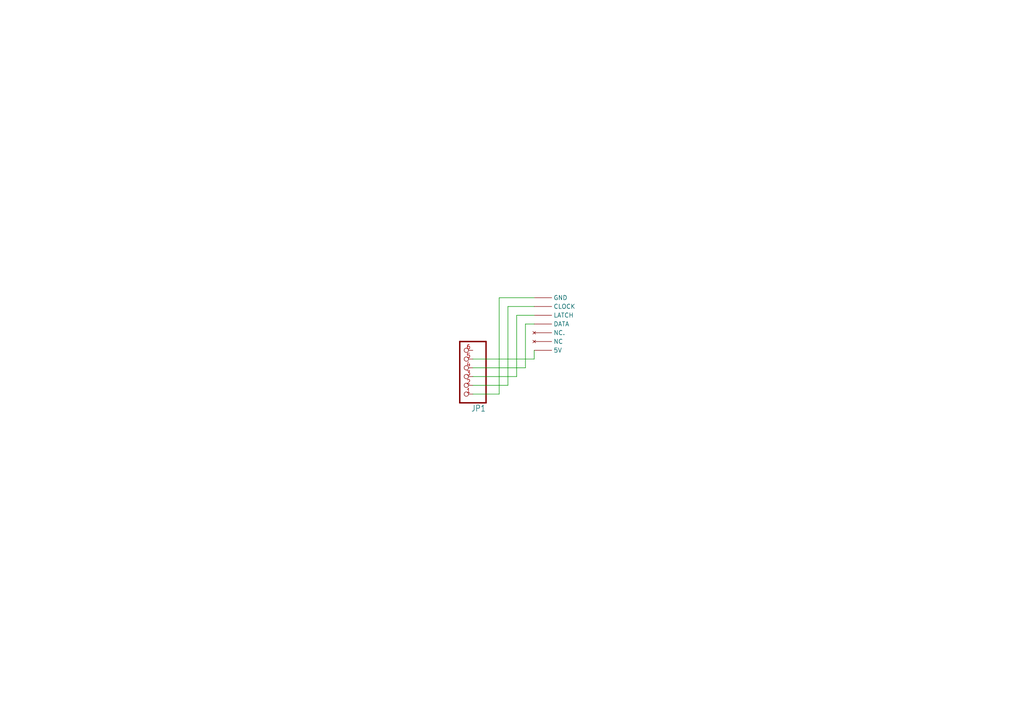
<source format=kicad_sch>
(kicad_sch (version 20231120) (generator "eeschema") (generator_version "8.0")
  (paper "A4")
  (lib_symbols
    (symbol "nes_breakout-eagle-import:NESCONNNO_TABS"
      (symbol "NESCONNNO_TABS_1_0"
        (pin power_in line (at 2.54 -7.62 0) (length 5.08) (name "5V") (number "5V"))
        (pin input line (at 2.54 5.08 0) (length 5.08) (name "CLOCK") (number "CLOCK"))
        (pin bidirectional line (at 2.54 0 0) (length 5.08) (name "DATA") (number "DATA"))
        (pin input line (at 2.54 7.62 0) (length 5.08) (name "GND") (number "GND"))
        (pin input line (at 2.54 2.54 0) (length 5.08) (name "LATCH") (number "LATCH"))
        (pin no_connect line (at 2.54 -5.08 0) (length 5.08) (name "NC") (number "NC"))
        (pin no_connect line (at 2.54 -2.54 0) (length 5.08) (name "NC.") (number "NC."))
      )
    )
    (symbol "nes_breakout-eagle-import:PINHD-1X6"
      (property "Reference" "JP" (at -6.35 10.795 0))
      (symbol "PINHD-1X6_1_0"
        (polyline (pts (xy -6.35 -7.62) (xy 1.27 -7.62)) (stroke (width 0.4064)))
        (polyline (pts (xy -6.35 10.16) (xy -6.35 -7.62)) (stroke (width 0.4064)))
        (polyline (pts (xy 1.27 -7.62) (xy 1.27 10.16)) (stroke (width 0.4064)))
        (polyline (pts (xy 1.27 10.16) (xy -6.35 10.16)) (stroke (width 0.4064)))
        (pin passive inverted (at -2.54 7.62 0) (length 2.54) (name "1") (number "1"))
        (pin passive inverted (at -2.54 5.08 0) (length 2.54) (name "2") (number "2"))
        (pin passive inverted (at -2.54 2.54 0) (length 2.54) (name "3") (number "3"))
        (pin passive inverted (at -2.54 0 0) (length 2.54) (name "4") (number "4"))
        (pin passive inverted (at -2.54 -2.54 0) (length 2.54) (name "5") (number "5"))
        (pin passive inverted (at -2.54 -5.08 0) (length 2.54) (name "6") (number "6"))
      )
    )
  )
  (wire (pts (xy 147.32 111.76) (xy 147.32 88.9)) (stroke (width 0.1524)))
  (wire (pts (xy 147.32 88.9) (xy 154.94 88.9)) (stroke (width 0.1524)))
  (wire (pts (xy 154.94 104.14) (xy 154.94 101.6)) (stroke (width 0.1524)))
  (wire (pts (xy 137.16 114.3) (xy 144.78 114.3)) (stroke (width 0.1524)))
  (wire (pts (xy 137.16 109.22) (xy 149.86 109.22)) (stroke (width 0.1524)))
  (wire (pts (xy 137.16 106.68) (xy 152.4 106.68)) (stroke (width 0.1524)))
  (wire (pts (xy 149.86 91.44) (xy 154.94 91.44)) (stroke (width 0.1524)))
  (wire (pts (xy 137.16 104.14) (xy 154.94 104.14)) (stroke (width 0.1524)))
  (wire (pts (xy 144.78 86.36) (xy 154.94 86.36)) (stroke (width 0.1524)))
  (wire (pts (xy 137.16 111.76) (xy 147.32 111.76)) (stroke (width 0.1524)))
  (wire (pts (xy 144.78 114.3) (xy 144.78 86.36)) (stroke (width 0.1524)))
  (wire (pts (xy 152.4 93.98) (xy 154.94 93.98)) (stroke (width 0.1524)))
  (wire (pts (xy 152.4 106.68) (xy 152.4 93.98)) (stroke (width 0.1524)))
  (wire (pts (xy 149.86 109.22) (xy 149.86 91.44)) (stroke (width 0.1524)))
  (symbol (lib_id "nes_breakout-eagle-import:PINHD-1X6") (at 134.62 106.68 180) (unit 1)
    (property "Reference" "JP1" (at 140.97 117.475 0) (effects (font (size 1.778 1.5113)) (justify left bottom)))
    (property "Value" "PINHD-1X6" (effects (hide yes)))
    (property "Footprint" "nes_breakout:1X06" (effects (hide yes)))
  )
  (symbol (lib_id "nes_breakout-eagle-import:NESCONNNO_TABS") (at 152.4 93.98 0) (unit 1)
    (property "Reference" "U$2" (effects (hide yes)))
    (property "Value" "NESCONNNO_TABS" (effects (hide yes)))
    (property "Footprint" "nes_breakout:NESCONN_NO_TABS" (effects (hide yes)))
  )
)
</source>
